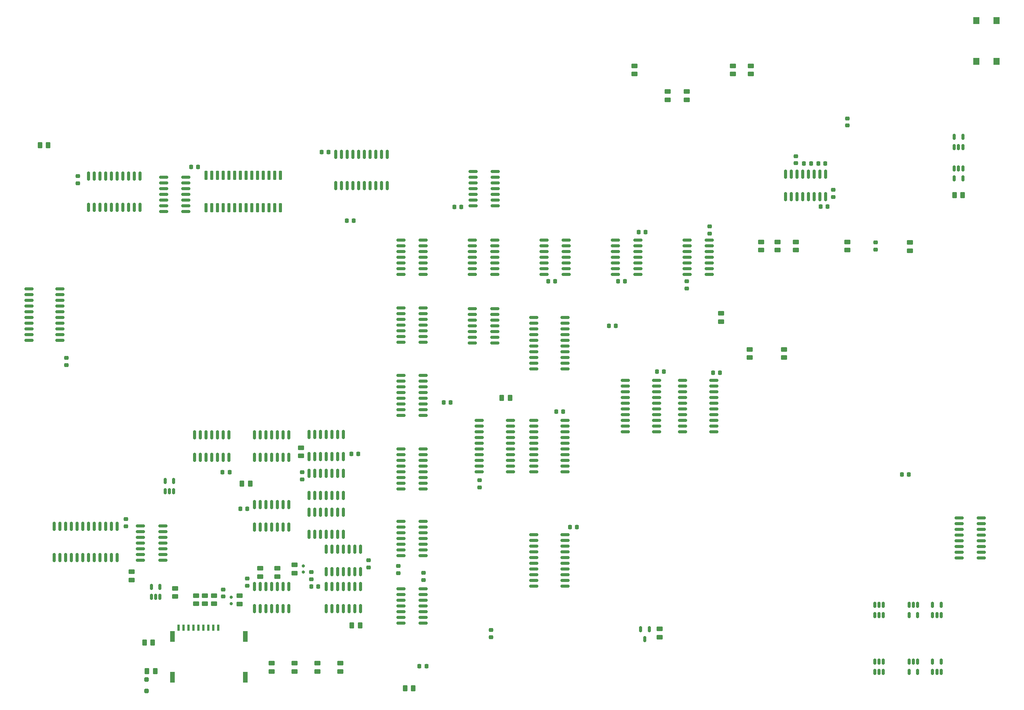
<source format=gbr>
%TF.GenerationSoftware,KiCad,Pcbnew,9.0.6*%
%TF.CreationDate,2025-11-25T21:23:54-08:00*%
%TF.ProjectId,SD-ZMB,53442d5a-4d42-42e6-9b69-6361645f7063,PR8.2*%
%TF.SameCoordinates,Original*%
%TF.FileFunction,Paste,Top*%
%TF.FilePolarity,Positive*%
%FSLAX46Y46*%
G04 Gerber Fmt 4.6, Leading zero omitted, Abs format (unit mm)*
G04 Created by KiCad (PCBNEW 9.0.6) date 2025-11-25 21:23:54*
%MOMM*%
%LPD*%
G01*
G04 APERTURE LIST*
G04 Aperture macros list*
%AMRoundRect*
0 Rectangle with rounded corners*
0 $1 Rounding radius*
0 $2 $3 $4 $5 $6 $7 $8 $9 X,Y pos of 4 corners*
0 Add a 4 corners polygon primitive as box body*
4,1,4,$2,$3,$4,$5,$6,$7,$8,$9,$2,$3,0*
0 Add four circle primitives for the rounded corners*
1,1,$1+$1,$2,$3*
1,1,$1+$1,$4,$5*
1,1,$1+$1,$6,$7*
1,1,$1+$1,$8,$9*
0 Add four rect primitives between the rounded corners*
20,1,$1+$1,$2,$3,$4,$5,0*
20,1,$1+$1,$4,$5,$6,$7,0*
20,1,$1+$1,$6,$7,$8,$9,0*
20,1,$1+$1,$8,$9,$2,$3,0*%
G04 Aperture macros list end*
%ADD10RoundRect,0.150000X-0.825000X-0.150000X0.825000X-0.150000X0.825000X0.150000X-0.825000X0.150000X0*%
%ADD11RoundRect,0.150000X-0.150000X0.512500X-0.150000X-0.512500X0.150000X-0.512500X0.150000X0.512500X0*%
%ADD12RoundRect,0.150000X0.150000X-0.512500X0.150000X0.512500X-0.150000X0.512500X-0.150000X-0.512500X0*%
%ADD13RoundRect,0.225000X-0.250000X0.225000X-0.250000X-0.225000X0.250000X-0.225000X0.250000X0.225000X0*%
%ADD14RoundRect,0.150000X0.200000X-0.150000X0.200000X0.150000X-0.200000X0.150000X-0.200000X-0.150000X0*%
%ADD15RoundRect,0.150000X0.825000X0.150000X-0.825000X0.150000X-0.825000X-0.150000X0.825000X-0.150000X0*%
%ADD16RoundRect,0.225000X0.225000X0.250000X-0.225000X0.250000X-0.225000X-0.250000X0.225000X-0.250000X0*%
%ADD17RoundRect,0.250000X0.250000X-0.250000X0.250000X0.250000X-0.250000X0.250000X-0.250000X-0.250000X0*%
%ADD18RoundRect,0.250000X0.450000X-0.262500X0.450000X0.262500X-0.450000X0.262500X-0.450000X-0.262500X0*%
%ADD19RoundRect,0.225000X0.250000X-0.225000X0.250000X0.225000X-0.250000X0.225000X-0.250000X-0.225000X0*%
%ADD20RoundRect,0.150000X-0.837500X-0.150000X0.837500X-0.150000X0.837500X0.150000X-0.837500X0.150000X0*%
%ADD21RoundRect,0.150000X0.150000X-0.825000X0.150000X0.825000X-0.150000X0.825000X-0.150000X-0.825000X0*%
%ADD22RoundRect,0.225000X-0.225000X-0.250000X0.225000X-0.250000X0.225000X0.250000X-0.225000X0.250000X0*%
%ADD23RoundRect,0.250000X-0.450000X0.262500X-0.450000X-0.262500X0.450000X-0.262500X0.450000X0.262500X0*%
%ADD24RoundRect,0.150000X0.150000X-0.900000X0.150000X0.900000X-0.150000X0.900000X-0.150000X-0.900000X0*%
%ADD25RoundRect,0.250000X-0.262500X-0.450000X0.262500X-0.450000X0.262500X0.450000X-0.262500X0.450000X0*%
%ADD26RoundRect,0.150000X0.150000X-0.837500X0.150000X0.837500X-0.150000X0.837500X-0.150000X-0.837500X0*%
%ADD27RoundRect,0.250000X0.262500X0.450000X-0.262500X0.450000X-0.262500X-0.450000X0.262500X-0.450000X0*%
%ADD28R,1.400000X1.600000*%
%ADD29RoundRect,0.150000X-0.150000X0.825000X-0.150000X-0.825000X0.150000X-0.825000X0.150000X0.825000X0*%
%ADD30RoundRect,0.150000X0.837500X0.150000X-0.837500X0.150000X-0.837500X-0.150000X0.837500X-0.150000X0*%
%ADD31RoundRect,0.150000X-0.150000X0.837500X-0.150000X-0.837500X0.150000X-0.837500X0.150000X0.837500X0*%
%ADD32RoundRect,0.150000X-0.200000X0.150000X-0.200000X-0.150000X0.200000X-0.150000X0.200000X0.150000X0*%
%ADD33R,0.620000X1.400000*%
%ADD34R,1.100000X2.400000*%
G04 APERTURE END LIST*
D10*
%TO.C,SPARE1*%
X304292000Y-214124000D03*
X304292000Y-215394000D03*
X304292000Y-216664000D03*
X304292000Y-217934000D03*
X304292000Y-219204000D03*
X304292000Y-220474000D03*
X304292000Y-221744000D03*
X304292000Y-223014000D03*
X309242000Y-214124000D03*
X309242000Y-215394000D03*
X309242000Y-216664000D03*
X309242000Y-217934000D03*
X309242000Y-219204000D03*
X309242000Y-220474000D03*
X309242000Y-221744000D03*
X309242000Y-223014000D03*
%TD*%
D11*
%TO.C,SPARE3*%
X293196200Y-248296800D03*
X295096200Y-248296800D03*
D12*
X298403200Y-248291300D03*
X299353200Y-248291300D03*
X300303200Y-248291300D03*
X285576200Y-248285800D03*
X286526200Y-248285800D03*
X287476200Y-248285800D03*
D11*
X294146200Y-246021801D03*
X293196200Y-246021800D03*
X295096200Y-246021800D03*
D12*
X298403200Y-246016300D03*
X300303200Y-246016300D03*
X285576200Y-246010800D03*
X286532200Y-246010800D03*
X287476200Y-246010800D03*
%TD*%
D11*
%TO.C,SPARE2*%
X293196200Y-235651769D03*
X295096200Y-235651769D03*
D12*
X298403200Y-235646269D03*
X299353200Y-235646269D03*
X300303200Y-235646269D03*
X285576200Y-235640769D03*
X286526200Y-235640769D03*
X287476200Y-235640769D03*
D11*
X294146200Y-233376770D03*
X293196200Y-233376769D03*
X295096200Y-233376769D03*
D12*
X298403200Y-233371269D03*
X300303200Y-233371269D03*
X285576200Y-233365769D03*
X286532200Y-233365769D03*
X287476200Y-233365769D03*
%TD*%
D13*
%TO.C,C32*%
X119380000Y-214363000D03*
X119380000Y-215913000D03*
%TD*%
D14*
%TO.C,D5*%
X158750000Y-224725000D03*
X158750000Y-226125000D03*
%TD*%
D15*
%TO.C,U4*%
X132715000Y-146050000D03*
X132715000Y-144780000D03*
X132715000Y-143510000D03*
X132715000Y-142240000D03*
X132715000Y-140970000D03*
X132715000Y-139700000D03*
X132715000Y-138430000D03*
X127765000Y-138430000D03*
X127765000Y-139700000D03*
X127765000Y-140970000D03*
X127765000Y-142240000D03*
X127765000Y-143510000D03*
X127765000Y-144780000D03*
X127765000Y-146050000D03*
%TD*%
D16*
%TO.C,C26*%
X169939000Y-148082000D03*
X168389000Y-148082000D03*
%TD*%
D17*
%TO.C,D6*%
X123952000Y-252500000D03*
X123952000Y-250000000D03*
%TD*%
D18*
%TO.C,R36*%
X158242000Y-200302500D03*
X158242000Y-198477500D03*
%TD*%
D19*
%TO.C,C27*%
X200406000Y-240551000D03*
X200406000Y-239001000D03*
%TD*%
D15*
%TO.C,U37*%
X127570000Y-223520000D03*
X127570000Y-222250000D03*
X127570000Y-220980000D03*
X127570000Y-219710000D03*
X127570000Y-218440000D03*
X127570000Y-217170000D03*
X127570000Y-215900000D03*
X122620000Y-215900000D03*
X122620000Y-217170000D03*
X122620000Y-218440000D03*
X122620000Y-219710000D03*
X122620000Y-220980000D03*
X122620000Y-222250000D03*
X122620000Y-223520000D03*
%TD*%
D20*
%TO.C,U21*%
X209897500Y-169545000D03*
X209897500Y-170815000D03*
X209897500Y-172085000D03*
X209897500Y-173355000D03*
X209897500Y-174625000D03*
X209897500Y-175895000D03*
X209897500Y-177165000D03*
X209897500Y-178435000D03*
X209897500Y-179705000D03*
X209897500Y-180975000D03*
X216822500Y-180975000D03*
X216822500Y-179705000D03*
X216822500Y-178435000D03*
X216822500Y-177165000D03*
X216822500Y-175895000D03*
X216822500Y-174625000D03*
X216822500Y-173355000D03*
X216822500Y-172085000D03*
X216822500Y-170815000D03*
X216822500Y-169545000D03*
%TD*%
D13*
%TO.C,C12*%
X158496000Y-203949000D03*
X158496000Y-205499000D03*
%TD*%
%TO.C,C41*%
X276352000Y-141211000D03*
X276352000Y-142761000D03*
%TD*%
D21*
%TO.C,U28*%
X147955000Y-200595000D03*
X149225000Y-200595000D03*
X150495000Y-200595000D03*
X151765000Y-200595000D03*
X153035000Y-200595000D03*
X154305000Y-200595000D03*
X155575000Y-200595000D03*
X155575000Y-195645000D03*
X154305000Y-195645000D03*
X153035000Y-195645000D03*
X151765000Y-195645000D03*
X150495000Y-195645000D03*
X149225000Y-195645000D03*
X147955000Y-195645000D03*
%TD*%
D10*
%TO.C,U7*%
X196407000Y-137160000D03*
X196407000Y-138430000D03*
X196407000Y-139700000D03*
X196407000Y-140970000D03*
X196407000Y-142240000D03*
X196407000Y-143510000D03*
X196407000Y-144780000D03*
X201357000Y-144780000D03*
X201357000Y-143510000D03*
X201357000Y-142240000D03*
X201357000Y-140970000D03*
X201357000Y-139700000D03*
X201357000Y-138430000D03*
X201357000Y-137160000D03*
%TD*%
%TO.C,U30*%
X180405000Y-198728000D03*
X180405000Y-199998000D03*
X180405000Y-201268000D03*
X180405000Y-202538000D03*
X180405000Y-203808000D03*
X180405000Y-205078000D03*
X180405000Y-206348000D03*
X180405000Y-207618000D03*
X185355000Y-207618000D03*
X185355000Y-206348000D03*
X185355000Y-205078000D03*
X185355000Y-203808000D03*
X185355000Y-202538000D03*
X185355000Y-201268000D03*
X185355000Y-199998000D03*
X185355000Y-198728000D03*
%TD*%
D16*
%TO.C,C8*%
X234709000Y-150622000D03*
X233159000Y-150622000D03*
%TD*%
D10*
%TO.C,U13*%
X180405000Y-152400000D03*
X180405000Y-153670000D03*
X180405000Y-154940000D03*
X180405000Y-156210000D03*
X180405000Y-157480000D03*
X180405000Y-158750000D03*
X180405000Y-160020000D03*
X185355000Y-160020000D03*
X185355000Y-158750000D03*
X185355000Y-157480000D03*
X185355000Y-156210000D03*
X185355000Y-154940000D03*
X185355000Y-153670000D03*
X185355000Y-152400000D03*
%TD*%
D13*
%TO.C,C31*%
X197866000Y-205727000D03*
X197866000Y-207277000D03*
%TD*%
D22*
%TO.C,C7*%
X214871000Y-190500000D03*
X216421000Y-190500000D03*
%TD*%
D10*
%TO.C,U17*%
X243905000Y-152400000D03*
X243905000Y-153670000D03*
X243905000Y-154940000D03*
X243905000Y-156210000D03*
X243905000Y-157480000D03*
X243905000Y-158750000D03*
X243905000Y-160020000D03*
X248855000Y-160020000D03*
X248855000Y-158750000D03*
X248855000Y-157480000D03*
X248855000Y-156210000D03*
X248855000Y-154940000D03*
X248855000Y-153670000D03*
X248855000Y-152400000D03*
%TD*%
D20*
%TO.C,U32*%
X209897500Y-192405000D03*
X209897500Y-193675000D03*
X209897500Y-194945000D03*
X209897500Y-196215000D03*
X209897500Y-197485000D03*
X209897500Y-198755000D03*
X209897500Y-200025000D03*
X209897500Y-201295000D03*
X209897500Y-202565000D03*
X209897500Y-203835000D03*
X216822500Y-203835000D03*
X216822500Y-202565000D03*
X216822500Y-201295000D03*
X216822500Y-200025000D03*
X216822500Y-198755000D03*
X216822500Y-197485000D03*
X216822500Y-196215000D03*
X216822500Y-194945000D03*
X216822500Y-193675000D03*
X216822500Y-192405000D03*
%TD*%
D23*
%TO.C,R6*%
X257810000Y-176633500D03*
X257810000Y-178458500D03*
%TD*%
D24*
%TO.C,U5*%
X137160000Y-145205000D03*
X138430001Y-145205000D03*
X139700000Y-145205000D03*
X140970000Y-145205000D03*
X142240000Y-145204999D03*
X143510000Y-145205000D03*
X144780000Y-145205000D03*
X146050000Y-145205000D03*
X147320000Y-145205000D03*
X148590000Y-145204999D03*
X149860000Y-145205000D03*
X151130000Y-145205000D03*
X152399999Y-145205000D03*
X153670000Y-145205000D03*
X153670000Y-138005000D03*
X152399999Y-138005000D03*
X151130000Y-138005000D03*
X149860000Y-138005000D03*
X148590000Y-138005001D03*
X147320000Y-138005000D03*
X146050000Y-138005000D03*
X144780000Y-138005000D03*
X143510000Y-138005000D03*
X142240000Y-138005001D03*
X140970000Y-138005000D03*
X139700000Y-138005000D03*
X138430001Y-138005000D03*
X137160000Y-138005000D03*
%TD*%
D19*
%TO.C,C14*%
X108712000Y-139713000D03*
X108712000Y-138163000D03*
%TD*%
D22*
%TO.C,C9*%
X144767000Y-212090000D03*
X146317000Y-212090000D03*
%TD*%
D18*
%TO.C,R14*%
X144653000Y-233195500D03*
X144653000Y-231370500D03*
%TD*%
D20*
%TO.C,U31*%
X197832500Y-192405000D03*
X197832500Y-193675000D03*
X197832500Y-194945000D03*
X197832500Y-196215000D03*
X197832500Y-197485000D03*
X197832500Y-198755000D03*
X197832500Y-200025000D03*
X197832500Y-201295000D03*
X197832500Y-202565000D03*
X197832500Y-203835000D03*
X204757500Y-203835000D03*
X204757500Y-202565000D03*
X204757500Y-201295000D03*
X204757500Y-200025000D03*
X204757500Y-198755000D03*
X204757500Y-197485000D03*
X204757500Y-196215000D03*
X204757500Y-194945000D03*
X204757500Y-193675000D03*
X204757500Y-192405000D03*
%TD*%
D18*
%TO.C,R17*%
X260350000Y-154582500D03*
X260350000Y-152757500D03*
%TD*%
D25*
%TO.C,R29*%
X169521500Y-237998000D03*
X171346500Y-237998000D03*
%TD*%
D18*
%TO.C,R1*%
X151765000Y-248181500D03*
X151765000Y-246356500D03*
%TD*%
D16*
%TO.C,C23*%
X193815000Y-145034000D03*
X192265000Y-145034000D03*
%TD*%
D18*
%TO.C,R10*%
X268097000Y-154582500D03*
X268097000Y-152757500D03*
%TD*%
%TO.C,R21*%
X149225000Y-227123000D03*
X149225000Y-225298000D03*
%TD*%
%TO.C,R25*%
X237871000Y-240561500D03*
X237871000Y-238736500D03*
%TD*%
D26*
%TO.C,U3*%
X111125000Y-145067500D03*
X112395000Y-145067500D03*
X113665000Y-145067500D03*
X114935000Y-145067500D03*
X116205000Y-145067500D03*
X117475000Y-145067500D03*
X118745000Y-145067500D03*
X120015000Y-145067500D03*
X121285000Y-145067500D03*
X122555000Y-145067500D03*
X122555000Y-138142500D03*
X121285000Y-138142500D03*
X120015000Y-138142500D03*
X118745000Y-138142500D03*
X117475000Y-138142500D03*
X116205000Y-138142500D03*
X114935000Y-138142500D03*
X113665000Y-138142500D03*
X112395000Y-138142500D03*
X111125000Y-138142500D03*
%TD*%
D19*
%TO.C,C24*%
X106172000Y-180099000D03*
X106172000Y-178549000D03*
%TD*%
D27*
%TO.C,R20*%
X183157500Y-251968000D03*
X181332500Y-251968000D03*
%TD*%
D10*
%TO.C,U16*%
X228030000Y-152400000D03*
X228030000Y-153670000D03*
X228030000Y-154940000D03*
X228030000Y-156210000D03*
X228030000Y-157480000D03*
X228030000Y-158750000D03*
X228030000Y-160020000D03*
X232980000Y-160020000D03*
X232980000Y-158750000D03*
X232980000Y-157480000D03*
X232980000Y-156210000D03*
X232980000Y-154940000D03*
X232980000Y-153670000D03*
X232980000Y-152400000D03*
%TD*%
D22*
%TO.C,C1*%
X140830000Y-203962000D03*
X142380000Y-203962000D03*
%TD*%
%TO.C,C21*%
X213093000Y-161544000D03*
X214643000Y-161544000D03*
%TD*%
D18*
%TO.C,R7*%
X232283000Y-115466500D03*
X232283000Y-113641500D03*
%TD*%
%TO.C,R9*%
X254127000Y-115466500D03*
X254127000Y-113641500D03*
%TD*%
D28*
%TO.C,SW1*%
X312638000Y-103577000D03*
X312602000Y-112677000D03*
X308138000Y-103577000D03*
X308102000Y-112677000D03*
%TD*%
D18*
%TO.C,R31*%
X136940000Y-233162500D03*
X136940000Y-231337500D03*
%TD*%
D20*
%TO.C,U25*%
X242917500Y-183515000D03*
X242917500Y-184785000D03*
X242917500Y-186055000D03*
X242917500Y-187325000D03*
X242917500Y-188595000D03*
X242917500Y-189865000D03*
X242917500Y-191135000D03*
X242917500Y-192405000D03*
X242917500Y-193675000D03*
X242917500Y-194945000D03*
X249842500Y-194945000D03*
X249842500Y-193675000D03*
X249842500Y-192405000D03*
X249842500Y-191135000D03*
X249842500Y-189865000D03*
X249842500Y-188595000D03*
X249842500Y-187325000D03*
X249842500Y-186055000D03*
X249842500Y-184785000D03*
X249842500Y-183515000D03*
%TD*%
D29*
%TO.C,U8*%
X274701000Y-137733000D03*
X273431000Y-137733000D03*
X272161000Y-137733000D03*
X270891000Y-137733000D03*
X269621000Y-137733000D03*
X268351000Y-137733000D03*
X267081000Y-137733000D03*
X265811000Y-137733000D03*
X265811000Y-142683000D03*
X267081000Y-142683000D03*
X268351000Y-142683000D03*
X269621000Y-142683000D03*
X270891000Y-142683000D03*
X272161000Y-142683000D03*
X273431000Y-142683000D03*
X274701000Y-142683000D03*
%TD*%
D25*
%TO.C,R28*%
X100299000Y-131313000D03*
X102124000Y-131313000D03*
%TD*%
D19*
%TO.C,C37*%
X140970000Y-231535772D03*
X140970000Y-229985772D03*
%TD*%
D23*
%TO.C,R18*%
X265430000Y-176633500D03*
X265430000Y-178458500D03*
%TD*%
D18*
%TO.C,R33*%
X134940000Y-233162500D03*
X134940000Y-231337500D03*
%TD*%
%TO.C,R12*%
X264033000Y-154582500D03*
X264033000Y-152757500D03*
%TD*%
D29*
%TO.C,U39*%
X167640000Y-212790000D03*
X166370000Y-212790000D03*
X165100000Y-212790000D03*
X163830000Y-212790000D03*
X162560000Y-212790000D03*
X161290000Y-212790000D03*
X160020000Y-212790000D03*
X160020000Y-217740000D03*
X161290000Y-217740000D03*
X162560000Y-217740000D03*
X163830000Y-217740000D03*
X165100000Y-217740000D03*
X166370000Y-217740000D03*
X167640000Y-217740000D03*
%TD*%
D11*
%TO.C,U9*%
X305114999Y-136403500D03*
X304165000Y-136403500D03*
X303215001Y-136403500D03*
X303215001Y-138678500D03*
X305114999Y-138678500D03*
%TD*%
D22*
%TO.C,C33*%
X189890000Y-188468000D03*
X191440000Y-188468000D03*
%TD*%
D15*
%TO.C,U41*%
X185355000Y-222469000D03*
X185355000Y-221199000D03*
X185355000Y-219929000D03*
X185355000Y-218659000D03*
X185355000Y-217389000D03*
X185355000Y-216119000D03*
X185355000Y-214849000D03*
X180405000Y-214849000D03*
X180405000Y-216119000D03*
X180405000Y-217389000D03*
X180405000Y-218659000D03*
X180405000Y-219929000D03*
X180405000Y-221199000D03*
X180405000Y-222469000D03*
%TD*%
D22*
%TO.C,C25*%
X162801000Y-132842000D03*
X164351000Y-132842000D03*
%TD*%
D19*
%TO.C,C35*%
X179832000Y-226327000D03*
X179832000Y-224777000D03*
%TD*%
%TO.C,C2*%
X279527000Y-126886001D03*
X279527000Y-125336001D03*
%TD*%
D26*
%TO.C,U6*%
X165989000Y-140217500D03*
X167259000Y-140217500D03*
X168529000Y-140217500D03*
X169799000Y-140217500D03*
X171069000Y-140217500D03*
X172339000Y-140217500D03*
X173609000Y-140217500D03*
X174879000Y-140217500D03*
X176149000Y-140217500D03*
X177419000Y-140217500D03*
X177419000Y-133292500D03*
X176149000Y-133292500D03*
X174879000Y-133292500D03*
X173609000Y-133292500D03*
X172339000Y-133292500D03*
X171069000Y-133292500D03*
X169799000Y-133292500D03*
X168529000Y-133292500D03*
X167259000Y-133292500D03*
X165989000Y-133292500D03*
%TD*%
D13*
%TO.C,C19*%
X285750000Y-152895000D03*
X285750000Y-154445000D03*
%TD*%
D19*
%TO.C,C30*%
X146304000Y-229121000D03*
X146304000Y-227571000D03*
%TD*%
D13*
%TO.C,C18*%
X243840000Y-161531000D03*
X243840000Y-163081000D03*
%TD*%
D18*
%TO.C,R2*%
X156845000Y-248181500D03*
X156845000Y-246356500D03*
%TD*%
D25*
%TO.C,R32*%
X123527500Y-241750000D03*
X125352500Y-241750000D03*
%TD*%
D29*
%TO.C,U44*%
X155575000Y-229300000D03*
X154305000Y-229300000D03*
X153035000Y-229300000D03*
X151765000Y-229300000D03*
X150495000Y-229300000D03*
X149225000Y-229300000D03*
X147955000Y-229300000D03*
X147955000Y-234250000D03*
X149225000Y-234250000D03*
X150495000Y-234250000D03*
X151765000Y-234250000D03*
X153035000Y-234250000D03*
X154305000Y-234250000D03*
X155575000Y-234250000D03*
%TD*%
D16*
%TO.C,C28*%
X228105000Y-171450000D03*
X226555000Y-171450000D03*
%TD*%
D22*
%TO.C,C42*%
X269862000Y-135382000D03*
X271412000Y-135382000D03*
%TD*%
D16*
%TO.C,C10*%
X238773000Y-181610000D03*
X237223000Y-181610000D03*
%TD*%
D10*
%TO.C,U20*%
X196280000Y-167640000D03*
X196280000Y-168910000D03*
X196280000Y-170180000D03*
X196280000Y-171450000D03*
X196280000Y-172720000D03*
X196280000Y-173990000D03*
X196280000Y-175260000D03*
X201230000Y-175260000D03*
X201230000Y-173990000D03*
X201230000Y-172720000D03*
X201230000Y-171450000D03*
X201230000Y-170180000D03*
X201230000Y-168910000D03*
X201230000Y-167640000D03*
%TD*%
D22*
%TO.C,C34*%
X291579000Y-204470000D03*
X293129000Y-204470000D03*
%TD*%
D29*
%TO.C,U35*%
X167640000Y-204154000D03*
X166370000Y-204154000D03*
X165100000Y-204154000D03*
X163830000Y-204154000D03*
X162560000Y-204154000D03*
X161290000Y-204154000D03*
X160020000Y-204154000D03*
X160020000Y-209104000D03*
X161290000Y-209104000D03*
X162560000Y-209104000D03*
X163830000Y-209104000D03*
X165100000Y-209104000D03*
X166370000Y-209104000D03*
X167640000Y-209104000D03*
%TD*%
D21*
%TO.C,U29*%
X160020000Y-200468000D03*
X161290000Y-200468000D03*
X162560000Y-200468000D03*
X163830000Y-200468000D03*
X165100000Y-200468000D03*
X166370000Y-200468000D03*
X167640000Y-200468000D03*
X167640000Y-195518000D03*
X166370000Y-195518000D03*
X165100000Y-195518000D03*
X163830000Y-195518000D03*
X162560000Y-195518000D03*
X161290000Y-195518000D03*
X160020000Y-195518000D03*
%TD*%
D23*
%TO.C,R5*%
X156845000Y-224512500D03*
X156845000Y-226337500D03*
%TD*%
D22*
%TO.C,C16*%
X228587000Y-161544000D03*
X230137000Y-161544000D03*
%TD*%
D10*
%TO.C,U15*%
X212155001Y-152400000D03*
X212155001Y-153670000D03*
X212155001Y-154940000D03*
X212155001Y-156210000D03*
X212155001Y-157480000D03*
X212155001Y-158750000D03*
X212155001Y-160020000D03*
X217105001Y-160020000D03*
X217105001Y-158750000D03*
X217105001Y-157480000D03*
X217105001Y-156210000D03*
X217105001Y-154940000D03*
X217105001Y-153670000D03*
X217105001Y-152400000D03*
%TD*%
D30*
%TO.C,U18*%
X104775000Y-174625000D03*
X104775000Y-173355000D03*
X104775000Y-172085000D03*
X104775000Y-170815000D03*
X104775000Y-169545000D03*
X104775000Y-168275000D03*
X104775000Y-167005000D03*
X104775000Y-165735000D03*
X104775000Y-164465000D03*
X104775000Y-163195000D03*
X97850000Y-163195000D03*
X97850000Y-164465000D03*
X97850000Y-165735000D03*
X97850000Y-167005000D03*
X97850000Y-168275000D03*
X97850000Y-169545000D03*
X97850000Y-170815000D03*
X97850000Y-172085000D03*
X97850000Y-173355000D03*
X97850000Y-174625000D03*
%TD*%
D12*
%TO.C,U43*%
X125034001Y-231642500D03*
X125984000Y-231642500D03*
X126933999Y-231642500D03*
X126933999Y-229367500D03*
X125034001Y-229367500D03*
%TD*%
D29*
%TO.C,U40*%
X171450000Y-221045000D03*
X170180000Y-221045000D03*
X168910000Y-221045000D03*
X167640000Y-221045000D03*
X166370000Y-221045000D03*
X165100000Y-221045000D03*
X163830000Y-221045000D03*
X163830000Y-225995000D03*
X165100000Y-225995000D03*
X166370000Y-225995000D03*
X167640000Y-225995000D03*
X168910000Y-225995000D03*
X170180000Y-225995000D03*
X171450000Y-225995000D03*
%TD*%
D25*
%TO.C,R35*%
X202795500Y-187452000D03*
X204620500Y-187452000D03*
%TD*%
D23*
%TO.C,R22*%
X293370000Y-152884500D03*
X293370000Y-154709500D03*
%TD*%
D13*
%TO.C,C29*%
X248920000Y-149339000D03*
X248920000Y-150889000D03*
%TD*%
D31*
%TO.C,U36*%
X117475000Y-215960000D03*
X116205000Y-215960000D03*
X114935000Y-215960000D03*
X113665000Y-215960000D03*
X112395000Y-215960000D03*
X111125000Y-215960000D03*
X109855000Y-215960000D03*
X108585000Y-215960000D03*
X107315000Y-215960000D03*
X106045000Y-215960000D03*
X104775000Y-215960000D03*
X103505000Y-215960000D03*
X103505000Y-222885000D03*
X104775000Y-222885000D03*
X106045000Y-222885000D03*
X107315000Y-222885000D03*
X108585000Y-222885000D03*
X109855000Y-222885000D03*
X111125000Y-222885000D03*
X112395000Y-222885000D03*
X113665000Y-222885000D03*
X114935000Y-222885000D03*
X116205000Y-222885000D03*
X117475000Y-222885000D03*
%TD*%
D22*
%TO.C,C40*%
X169405000Y-199898000D03*
X170955000Y-199898000D03*
%TD*%
D16*
%TO.C,C45*%
X274587000Y-135382000D03*
X273037000Y-135382000D03*
%TD*%
D13*
%TO.C,C11*%
X173228000Y-223507000D03*
X173228000Y-225057000D03*
%TD*%
D27*
%TO.C,R34*%
X146962500Y-206502000D03*
X145137500Y-206502000D03*
%TD*%
D19*
%TO.C,C17*%
X185420000Y-227851000D03*
X185420000Y-226301000D03*
%TD*%
D29*
%TO.C,U45*%
X171450000Y-229300000D03*
X170180000Y-229300000D03*
X168910000Y-229300000D03*
X167640000Y-229300000D03*
X166370000Y-229300000D03*
X165100000Y-229300000D03*
X163830000Y-229300000D03*
X163830000Y-234250000D03*
X165100000Y-234250000D03*
X166370000Y-234250000D03*
X167640000Y-234250000D03*
X168910000Y-234250000D03*
X170180000Y-234250000D03*
X171450000Y-234250000D03*
%TD*%
D18*
%TO.C,R24*%
X120650000Y-227861500D03*
X120650000Y-226036500D03*
%TD*%
D20*
%TO.C,U42*%
X209897500Y-217805000D03*
X209897500Y-219075000D03*
X209897500Y-220345000D03*
X209897500Y-221615000D03*
X209897500Y-222885000D03*
X209897500Y-224155000D03*
X209897500Y-225425000D03*
X209897500Y-226695000D03*
X209897500Y-227965000D03*
X209897500Y-229235000D03*
X216822500Y-229235000D03*
X216822500Y-227965000D03*
X216822500Y-226695000D03*
X216822500Y-225425000D03*
X216822500Y-224155000D03*
X216822500Y-222885000D03*
X216822500Y-221615000D03*
X216822500Y-220345000D03*
X216822500Y-219075000D03*
X216822500Y-217805000D03*
%TD*%
D18*
%TO.C,R3*%
X161925000Y-248181500D03*
X161925000Y-246356500D03*
%TD*%
D32*
%TO.C,D7*%
X142748000Y-233110000D03*
X142748000Y-231710000D03*
%TD*%
D13*
%TO.C,C36*%
X160504757Y-226124638D03*
X160504757Y-227674638D03*
%TD*%
D27*
%TO.C,R27*%
X125880500Y-248158000D03*
X124055500Y-248158000D03*
%TD*%
D18*
%TO.C,R30*%
X138940000Y-233162500D03*
X138940000Y-231337500D03*
%TD*%
D23*
%TO.C,R8*%
X258040000Y-113641500D03*
X258040000Y-115466500D03*
%TD*%
%TO.C,R23*%
X130302000Y-229719500D03*
X130302000Y-231544500D03*
%TD*%
D27*
%TO.C,R26*%
X305077500Y-142367000D03*
X303252500Y-142367000D03*
%TD*%
D11*
%TO.C,Q1*%
X235519000Y-238771000D03*
X233619000Y-238771000D03*
X234569000Y-241046000D03*
%TD*%
D16*
%TO.C,C44*%
X275095000Y-144907000D03*
X273545000Y-144907000D03*
%TD*%
D21*
%TO.C,U38*%
X147955000Y-216089000D03*
X149225000Y-216089000D03*
X150495000Y-216089000D03*
X151765000Y-216089000D03*
X153035000Y-216089000D03*
X154305000Y-216089000D03*
X155575000Y-216089000D03*
X155575000Y-211139000D03*
X154305000Y-211139000D03*
X153035000Y-211139000D03*
X151765000Y-211139000D03*
X150495000Y-211139000D03*
X149225000Y-211139000D03*
X147955000Y-211139000D03*
%TD*%
D12*
%TO.C,U2*%
X303215001Y-131693500D03*
X304165000Y-131693500D03*
X305114999Y-131693500D03*
X305114999Y-129418500D03*
X303215001Y-129418500D03*
%TD*%
D16*
%TO.C,C22*%
X219469000Y-216154000D03*
X217919000Y-216154000D03*
%TD*%
D13*
%TO.C,C43*%
X268097000Y-133718000D03*
X268097000Y-135268000D03*
%TD*%
D18*
%TO.C,R4*%
X167005000Y-248181500D03*
X167005000Y-246356500D03*
%TD*%
D16*
%TO.C,C20*%
X162065000Y-229362000D03*
X160515000Y-229362000D03*
%TD*%
D33*
%TO.C,SD1*%
X139900000Y-238442500D03*
X138800000Y-238442500D03*
X137700000Y-238442500D03*
X136600000Y-238442500D03*
X135500000Y-238442500D03*
X134400000Y-238442500D03*
X133300000Y-238442500D03*
X132200000Y-238442500D03*
X131100000Y-238442500D03*
D34*
X129720000Y-240442500D03*
X129720000Y-249442500D03*
X145870000Y-240442500D03*
X145870000Y-249442500D03*
%TD*%
D18*
%TO.C,R11*%
X279527000Y-154582500D03*
X279527000Y-152757500D03*
%TD*%
%TO.C,R15*%
X239649000Y-121181500D03*
X239649000Y-119356500D03*
%TD*%
%TO.C,R19*%
X153035000Y-227123000D03*
X153035000Y-225298000D03*
%TD*%
D12*
%TO.C,U33*%
X128082001Y-208147500D03*
X129032000Y-208147500D03*
X129981999Y-208147500D03*
X129981999Y-205872500D03*
X128082001Y-205872500D03*
%TD*%
D21*
%TO.C,U27*%
X134620000Y-200595000D03*
X135890000Y-200595000D03*
X137160000Y-200595000D03*
X138430000Y-200595000D03*
X139700000Y-200595000D03*
X140970000Y-200595000D03*
X142240000Y-200595000D03*
X142240000Y-195645000D03*
X140970000Y-195645000D03*
X139700000Y-195645000D03*
X138430000Y-195645000D03*
X137160000Y-195645000D03*
X135890000Y-195645000D03*
X134620000Y-195645000D03*
%TD*%
D10*
%TO.C,U23*%
X180405000Y-182447000D03*
X180405000Y-183717000D03*
X180405000Y-184987000D03*
X180405000Y-186257000D03*
X180405000Y-187527000D03*
X180405000Y-188797000D03*
X180405000Y-190067000D03*
X180405000Y-191337000D03*
X185355000Y-191337000D03*
X185355000Y-190067000D03*
X185355000Y-188797000D03*
X185355000Y-187527000D03*
X185355000Y-186257000D03*
X185355000Y-184987000D03*
X185355000Y-183717000D03*
X185355000Y-182447000D03*
%TD*%
%TO.C,U19*%
X180405000Y-167421000D03*
X180405000Y-168691000D03*
X180405000Y-169961000D03*
X180405000Y-171231000D03*
X180405000Y-172501000D03*
X180405000Y-173771000D03*
X180405000Y-175041000D03*
X185355000Y-175041000D03*
X185355000Y-173771000D03*
X185355000Y-172501000D03*
X185355000Y-171231000D03*
X185355000Y-169961000D03*
X185355000Y-168691000D03*
X185355000Y-167421000D03*
%TD*%
D22*
%TO.C,C5*%
X184518000Y-247015000D03*
X186068000Y-247015000D03*
%TD*%
D18*
%TO.C,R13*%
X251460000Y-170457500D03*
X251460000Y-168632500D03*
%TD*%
%TO.C,R16*%
X243840000Y-121181500D03*
X243840000Y-119356500D03*
%TD*%
D10*
%TO.C,U14*%
X196280000Y-152400000D03*
X196280000Y-153670000D03*
X196280000Y-154940000D03*
X196280000Y-156210000D03*
X196280000Y-157480000D03*
X196280000Y-158750000D03*
X196280000Y-160020000D03*
X201230000Y-160020000D03*
X201230000Y-158750000D03*
X201230000Y-157480000D03*
X201230000Y-156210000D03*
X201230000Y-154940000D03*
X201230000Y-153670000D03*
X201230000Y-152400000D03*
%TD*%
D20*
%TO.C,U24*%
X230217500Y-183515000D03*
X230217500Y-184785000D03*
X230217500Y-186055000D03*
X230217500Y-187325000D03*
X230217500Y-188595000D03*
X230217500Y-189865000D03*
X230217500Y-191135000D03*
X230217500Y-192405000D03*
X230217500Y-193675000D03*
X230217500Y-194945000D03*
X237142500Y-194945000D03*
X237142500Y-193675000D03*
X237142500Y-192405000D03*
X237142500Y-191135000D03*
X237142500Y-189865000D03*
X237142500Y-188595000D03*
X237142500Y-187325000D03*
X237142500Y-186055000D03*
X237142500Y-184785000D03*
X237142500Y-183515000D03*
%TD*%
D15*
%TO.C,U46*%
X185355000Y-237490000D03*
X185355000Y-236220000D03*
X185355000Y-234950000D03*
X185355000Y-233680000D03*
X185355000Y-232410000D03*
X185355000Y-231140000D03*
X185355000Y-229870000D03*
X180405000Y-229870000D03*
X180405000Y-231140000D03*
X180405000Y-232410000D03*
X180405000Y-233680000D03*
X180405000Y-234950000D03*
X180405000Y-236220000D03*
X180405000Y-237490000D03*
%TD*%
D22*
%TO.C,C13*%
X133845000Y-136144000D03*
X135395000Y-136144000D03*
%TD*%
%TO.C,C15*%
X249669000Y-181864000D03*
X251219000Y-181864000D03*
%TD*%
M02*

</source>
